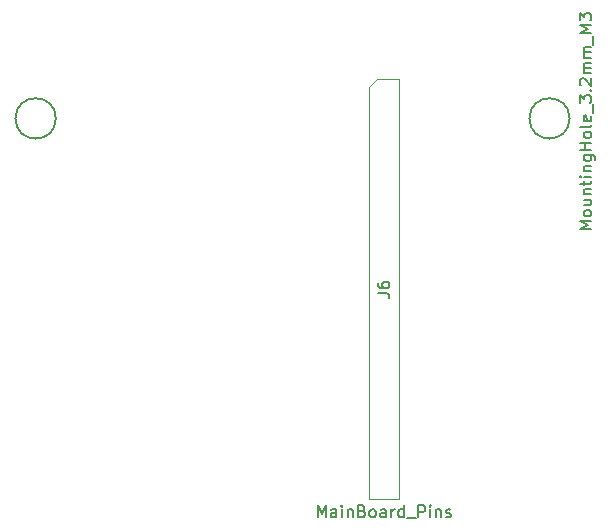
<source format=gbr>
%TF.GenerationSoftware,KiCad,Pcbnew,5.1.9+dfsg1-1~bpo10+1*%
%TF.CreationDate,2022-02-04T08:42:55+08:00*%
%TF.ProjectId,MiniADSR 1.0.1 - Main,4d696e69-4144-4535-9220-312e302e3120,rev?*%
%TF.SameCoordinates,Original*%
%TF.FileFunction,Other,Fab,Top*%
%FSLAX46Y46*%
G04 Gerber Fmt 4.6, Leading zero omitted, Abs format (unit mm)*
G04 Created by KiCad (PCBNEW 5.1.9+dfsg1-1~bpo10+1) date 2022-02-04 08:42:55*
%MOMM*%
%LPD*%
G01*
G04 APERTURE LIST*
%ADD10C,0.150000*%
%ADD11C,0.100000*%
G04 APERTURE END LIST*
D10*
X152705877Y-122500000D02*
G75*
G03*
X152705877Y-122500000I-1702939J0D01*
G01*
X109211724Y-122500000D02*
G75*
G03*
X109211724Y-122500000I-1711724J0D01*
G01*
D11*
%TO.C,J6*%
X135730000Y-119835000D02*
X136365000Y-119200000D01*
X135730000Y-154760000D02*
X135730000Y-119835000D01*
X138270000Y-154760000D02*
X135730000Y-154760000D01*
X138270000Y-119200000D02*
X138270000Y-154760000D01*
X136365000Y-119200000D02*
X138270000Y-119200000D01*
%TD*%
%TO.C,J6*%
D10*
X131380952Y-156272380D02*
X131380952Y-155272380D01*
X131714285Y-155986666D01*
X132047619Y-155272380D01*
X132047619Y-156272380D01*
X132952380Y-156272380D02*
X132952380Y-155748571D01*
X132904761Y-155653333D01*
X132809523Y-155605714D01*
X132619047Y-155605714D01*
X132523809Y-155653333D01*
X132952380Y-156224761D02*
X132857142Y-156272380D01*
X132619047Y-156272380D01*
X132523809Y-156224761D01*
X132476190Y-156129523D01*
X132476190Y-156034285D01*
X132523809Y-155939047D01*
X132619047Y-155891428D01*
X132857142Y-155891428D01*
X132952380Y-155843809D01*
X133428571Y-156272380D02*
X133428571Y-155605714D01*
X133428571Y-155272380D02*
X133380952Y-155320000D01*
X133428571Y-155367619D01*
X133476190Y-155320000D01*
X133428571Y-155272380D01*
X133428571Y-155367619D01*
X133904761Y-155605714D02*
X133904761Y-156272380D01*
X133904761Y-155700952D02*
X133952380Y-155653333D01*
X134047619Y-155605714D01*
X134190476Y-155605714D01*
X134285714Y-155653333D01*
X134333333Y-155748571D01*
X134333333Y-156272380D01*
X135142857Y-155748571D02*
X135285714Y-155796190D01*
X135333333Y-155843809D01*
X135380952Y-155939047D01*
X135380952Y-156081904D01*
X135333333Y-156177142D01*
X135285714Y-156224761D01*
X135190476Y-156272380D01*
X134809523Y-156272380D01*
X134809523Y-155272380D01*
X135142857Y-155272380D01*
X135238095Y-155320000D01*
X135285714Y-155367619D01*
X135333333Y-155462857D01*
X135333333Y-155558095D01*
X135285714Y-155653333D01*
X135238095Y-155700952D01*
X135142857Y-155748571D01*
X134809523Y-155748571D01*
X135952380Y-156272380D02*
X135857142Y-156224761D01*
X135809523Y-156177142D01*
X135761904Y-156081904D01*
X135761904Y-155796190D01*
X135809523Y-155700952D01*
X135857142Y-155653333D01*
X135952380Y-155605714D01*
X136095238Y-155605714D01*
X136190476Y-155653333D01*
X136238095Y-155700952D01*
X136285714Y-155796190D01*
X136285714Y-156081904D01*
X136238095Y-156177142D01*
X136190476Y-156224761D01*
X136095238Y-156272380D01*
X135952380Y-156272380D01*
X137142857Y-156272380D02*
X137142857Y-155748571D01*
X137095238Y-155653333D01*
X137000000Y-155605714D01*
X136809523Y-155605714D01*
X136714285Y-155653333D01*
X137142857Y-156224761D02*
X137047619Y-156272380D01*
X136809523Y-156272380D01*
X136714285Y-156224761D01*
X136666666Y-156129523D01*
X136666666Y-156034285D01*
X136714285Y-155939047D01*
X136809523Y-155891428D01*
X137047619Y-155891428D01*
X137142857Y-155843809D01*
X137619047Y-156272380D02*
X137619047Y-155605714D01*
X137619047Y-155796190D02*
X137666666Y-155700952D01*
X137714285Y-155653333D01*
X137809523Y-155605714D01*
X137904761Y-155605714D01*
X138666666Y-156272380D02*
X138666666Y-155272380D01*
X138666666Y-156224761D02*
X138571428Y-156272380D01*
X138380952Y-156272380D01*
X138285714Y-156224761D01*
X138238095Y-156177142D01*
X138190476Y-156081904D01*
X138190476Y-155796190D01*
X138238095Y-155700952D01*
X138285714Y-155653333D01*
X138380952Y-155605714D01*
X138571428Y-155605714D01*
X138666666Y-155653333D01*
X138904761Y-156367619D02*
X139666666Y-156367619D01*
X139904761Y-156272380D02*
X139904761Y-155272380D01*
X140285714Y-155272380D01*
X140380952Y-155320000D01*
X140428571Y-155367619D01*
X140476190Y-155462857D01*
X140476190Y-155605714D01*
X140428571Y-155700952D01*
X140380952Y-155748571D01*
X140285714Y-155796190D01*
X139904761Y-155796190D01*
X140904761Y-156272380D02*
X140904761Y-155605714D01*
X140904761Y-155272380D02*
X140857142Y-155320000D01*
X140904761Y-155367619D01*
X140952380Y-155320000D01*
X140904761Y-155272380D01*
X140904761Y-155367619D01*
X141380952Y-155605714D02*
X141380952Y-156272380D01*
X141380952Y-155700952D02*
X141428571Y-155653333D01*
X141523809Y-155605714D01*
X141666666Y-155605714D01*
X141761904Y-155653333D01*
X141809523Y-155748571D01*
X141809523Y-156272380D01*
X142238095Y-156224761D02*
X142333333Y-156272380D01*
X142523809Y-156272380D01*
X142619047Y-156224761D01*
X142666666Y-156129523D01*
X142666666Y-156081904D01*
X142619047Y-155986666D01*
X142523809Y-155939047D01*
X142380952Y-155939047D01*
X142285714Y-155891428D01*
X142238095Y-155796190D01*
X142238095Y-155748571D01*
X142285714Y-155653333D01*
X142380952Y-155605714D01*
X142523809Y-155605714D01*
X142619047Y-155653333D01*
X136452380Y-137313333D02*
X137166666Y-137313333D01*
X137309523Y-137360952D01*
X137404761Y-137456190D01*
X137452380Y-137599047D01*
X137452380Y-137694285D01*
X136452380Y-136408571D02*
X136452380Y-136599047D01*
X136500000Y-136694285D01*
X136547619Y-136741904D01*
X136690476Y-136837142D01*
X136880952Y-136884761D01*
X137261904Y-136884761D01*
X137357142Y-136837142D01*
X137404761Y-136789523D01*
X137452380Y-136694285D01*
X137452380Y-136503809D01*
X137404761Y-136408571D01*
X137357142Y-136360952D01*
X137261904Y-136313333D01*
X137023809Y-136313333D01*
X136928571Y-136360952D01*
X136880952Y-136408571D01*
X136833333Y-136503809D01*
X136833333Y-136694285D01*
X136880952Y-136789523D01*
X136928571Y-136837142D01*
X137023809Y-136884761D01*
%TO.C,REF\u002A\u002A*%
X154552380Y-131869047D02*
X153552380Y-131869047D01*
X154266666Y-131535714D01*
X153552380Y-131202380D01*
X154552380Y-131202380D01*
X154552380Y-130583333D02*
X154504761Y-130678571D01*
X154457142Y-130726190D01*
X154361904Y-130773809D01*
X154076190Y-130773809D01*
X153980952Y-130726190D01*
X153933333Y-130678571D01*
X153885714Y-130583333D01*
X153885714Y-130440476D01*
X153933333Y-130345238D01*
X153980952Y-130297619D01*
X154076190Y-130250000D01*
X154361904Y-130250000D01*
X154457142Y-130297619D01*
X154504761Y-130345238D01*
X154552380Y-130440476D01*
X154552380Y-130583333D01*
X153885714Y-129392857D02*
X154552380Y-129392857D01*
X153885714Y-129821428D02*
X154409523Y-129821428D01*
X154504761Y-129773809D01*
X154552380Y-129678571D01*
X154552380Y-129535714D01*
X154504761Y-129440476D01*
X154457142Y-129392857D01*
X153885714Y-128916666D02*
X154552380Y-128916666D01*
X153980952Y-128916666D02*
X153933333Y-128869047D01*
X153885714Y-128773809D01*
X153885714Y-128630952D01*
X153933333Y-128535714D01*
X154028571Y-128488095D01*
X154552380Y-128488095D01*
X153885714Y-128154761D02*
X153885714Y-127773809D01*
X153552380Y-128011904D02*
X154409523Y-128011904D01*
X154504761Y-127964285D01*
X154552380Y-127869047D01*
X154552380Y-127773809D01*
X154552380Y-127440476D02*
X153885714Y-127440476D01*
X153552380Y-127440476D02*
X153600000Y-127488095D01*
X153647619Y-127440476D01*
X153600000Y-127392857D01*
X153552380Y-127440476D01*
X153647619Y-127440476D01*
X153885714Y-126964285D02*
X154552380Y-126964285D01*
X153980952Y-126964285D02*
X153933333Y-126916666D01*
X153885714Y-126821428D01*
X153885714Y-126678571D01*
X153933333Y-126583333D01*
X154028571Y-126535714D01*
X154552380Y-126535714D01*
X153885714Y-125630952D02*
X154695238Y-125630952D01*
X154790476Y-125678571D01*
X154838095Y-125726190D01*
X154885714Y-125821428D01*
X154885714Y-125964285D01*
X154838095Y-126059523D01*
X154504761Y-125630952D02*
X154552380Y-125726190D01*
X154552380Y-125916666D01*
X154504761Y-126011904D01*
X154457142Y-126059523D01*
X154361904Y-126107142D01*
X154076190Y-126107142D01*
X153980952Y-126059523D01*
X153933333Y-126011904D01*
X153885714Y-125916666D01*
X153885714Y-125726190D01*
X153933333Y-125630952D01*
X154552380Y-125154761D02*
X153552380Y-125154761D01*
X154028571Y-125154761D02*
X154028571Y-124583333D01*
X154552380Y-124583333D02*
X153552380Y-124583333D01*
X154552380Y-123964285D02*
X154504761Y-124059523D01*
X154457142Y-124107142D01*
X154361904Y-124154761D01*
X154076190Y-124154761D01*
X153980952Y-124107142D01*
X153933333Y-124059523D01*
X153885714Y-123964285D01*
X153885714Y-123821428D01*
X153933333Y-123726190D01*
X153980952Y-123678571D01*
X154076190Y-123630952D01*
X154361904Y-123630952D01*
X154457142Y-123678571D01*
X154504761Y-123726190D01*
X154552380Y-123821428D01*
X154552380Y-123964285D01*
X154552380Y-123059523D02*
X154504761Y-123154761D01*
X154409523Y-123202380D01*
X153552380Y-123202380D01*
X154504761Y-122297619D02*
X154552380Y-122392857D01*
X154552380Y-122583333D01*
X154504761Y-122678571D01*
X154409523Y-122726190D01*
X154028571Y-122726190D01*
X153933333Y-122678571D01*
X153885714Y-122583333D01*
X153885714Y-122392857D01*
X153933333Y-122297619D01*
X154028571Y-122250000D01*
X154123809Y-122250000D01*
X154219047Y-122726190D01*
X154647619Y-122059523D02*
X154647619Y-121297619D01*
X153552380Y-121154761D02*
X153552380Y-120535714D01*
X153933333Y-120869047D01*
X153933333Y-120726190D01*
X153980952Y-120630952D01*
X154028571Y-120583333D01*
X154123809Y-120535714D01*
X154361904Y-120535714D01*
X154457142Y-120583333D01*
X154504761Y-120630952D01*
X154552380Y-120726190D01*
X154552380Y-121011904D01*
X154504761Y-121107142D01*
X154457142Y-121154761D01*
X154457142Y-120107142D02*
X154504761Y-120059523D01*
X154552380Y-120107142D01*
X154504761Y-120154761D01*
X154457142Y-120107142D01*
X154552380Y-120107142D01*
X153647619Y-119678571D02*
X153600000Y-119630952D01*
X153552380Y-119535714D01*
X153552380Y-119297619D01*
X153600000Y-119202380D01*
X153647619Y-119154761D01*
X153742857Y-119107142D01*
X153838095Y-119107142D01*
X153980952Y-119154761D01*
X154552380Y-119726190D01*
X154552380Y-119107142D01*
X154552380Y-118678571D02*
X153885714Y-118678571D01*
X153980952Y-118678571D02*
X153933333Y-118630952D01*
X153885714Y-118535714D01*
X153885714Y-118392857D01*
X153933333Y-118297619D01*
X154028571Y-118250000D01*
X154552380Y-118250000D01*
X154028571Y-118250000D02*
X153933333Y-118202380D01*
X153885714Y-118107142D01*
X153885714Y-117964285D01*
X153933333Y-117869047D01*
X154028571Y-117821428D01*
X154552380Y-117821428D01*
X154552380Y-117345238D02*
X153885714Y-117345238D01*
X153980952Y-117345238D02*
X153933333Y-117297619D01*
X153885714Y-117202380D01*
X153885714Y-117059523D01*
X153933333Y-116964285D01*
X154028571Y-116916666D01*
X154552380Y-116916666D01*
X154028571Y-116916666D02*
X153933333Y-116869047D01*
X153885714Y-116773809D01*
X153885714Y-116630952D01*
X153933333Y-116535714D01*
X154028571Y-116488095D01*
X154552380Y-116488095D01*
X154647619Y-116250000D02*
X154647619Y-115488095D01*
X154552380Y-115250000D02*
X153552380Y-115250000D01*
X154266666Y-114916666D01*
X153552380Y-114583333D01*
X154552380Y-114583333D01*
X153552380Y-114202380D02*
X153552380Y-113583333D01*
X153933333Y-113916666D01*
X153933333Y-113773809D01*
X153980952Y-113678571D01*
X154028571Y-113630952D01*
X154123809Y-113583333D01*
X154361904Y-113583333D01*
X154457142Y-113630952D01*
X154504761Y-113678571D01*
X154552380Y-113773809D01*
X154552380Y-114059523D01*
X154504761Y-114154761D01*
X154457142Y-114202380D01*
%TD*%
M02*

</source>
